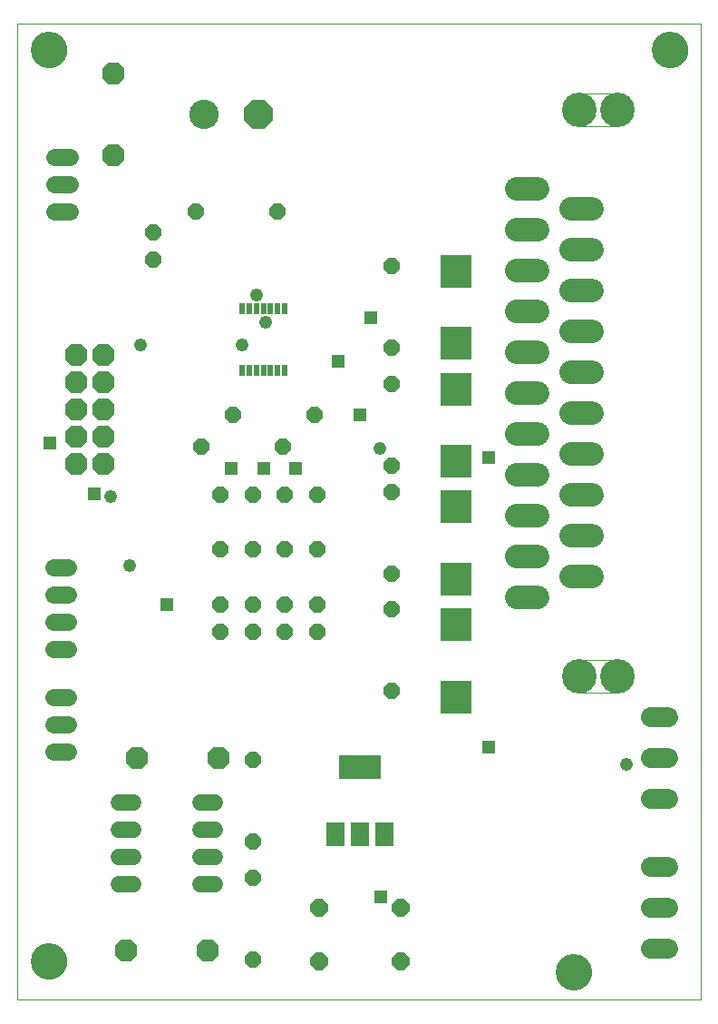
<source format=gts>
G75*
%MOIN*%
%OFA0B0*%
%FSLAX25Y25*%
%IPPOS*%
%LPD*%
%AMOC8*
5,1,8,0,0,1.08239X$1,22.5*
%
%ADD10C,0.00000*%
%ADD11C,0.13398*%
%ADD12C,0.06400*%
%ADD13OC8,0.06000*%
%ADD14C,0.00009*%
%ADD15C,0.08600*%
%ADD16C,0.12700*%
%ADD17C,0.07400*%
%ADD18C,0.06000*%
%ADD19OC8,0.08300*%
%ADD20OC8,0.08200*%
%ADD21C,0.10800*%
%ADD22OC8,0.10800*%
%ADD23R,0.06700X0.08700*%
%ADD24R,0.15800X0.08700*%
%ADD25OC8,0.06400*%
%ADD26R,0.02178X0.04343*%
%ADD27R,0.11430X0.12414*%
%ADD28R,0.04800X0.04800*%
%ADD29C,0.04800*%
D10*
X0001984Y0003677D02*
X0001984Y0361945D01*
X0253402Y0361945D01*
X0253402Y0003677D01*
X0001984Y0003677D01*
X0007496Y0017732D02*
X0007498Y0017890D01*
X0007504Y0018048D01*
X0007514Y0018206D01*
X0007528Y0018364D01*
X0007546Y0018521D01*
X0007567Y0018678D01*
X0007593Y0018834D01*
X0007623Y0018990D01*
X0007656Y0019145D01*
X0007694Y0019298D01*
X0007735Y0019451D01*
X0007780Y0019603D01*
X0007829Y0019754D01*
X0007882Y0019903D01*
X0007938Y0020051D01*
X0007998Y0020197D01*
X0008062Y0020342D01*
X0008130Y0020485D01*
X0008201Y0020627D01*
X0008275Y0020767D01*
X0008353Y0020904D01*
X0008435Y0021040D01*
X0008519Y0021174D01*
X0008608Y0021305D01*
X0008699Y0021434D01*
X0008794Y0021561D01*
X0008891Y0021686D01*
X0008992Y0021808D01*
X0009096Y0021927D01*
X0009203Y0022044D01*
X0009313Y0022158D01*
X0009426Y0022269D01*
X0009541Y0022378D01*
X0009659Y0022483D01*
X0009780Y0022585D01*
X0009903Y0022685D01*
X0010029Y0022781D01*
X0010157Y0022874D01*
X0010287Y0022964D01*
X0010420Y0023050D01*
X0010555Y0023134D01*
X0010691Y0023213D01*
X0010830Y0023290D01*
X0010971Y0023362D01*
X0011113Y0023432D01*
X0011257Y0023497D01*
X0011403Y0023559D01*
X0011550Y0023617D01*
X0011699Y0023672D01*
X0011849Y0023723D01*
X0012000Y0023770D01*
X0012152Y0023813D01*
X0012305Y0023852D01*
X0012460Y0023888D01*
X0012615Y0023919D01*
X0012771Y0023947D01*
X0012927Y0023971D01*
X0013084Y0023991D01*
X0013242Y0024007D01*
X0013399Y0024019D01*
X0013558Y0024027D01*
X0013716Y0024031D01*
X0013874Y0024031D01*
X0014032Y0024027D01*
X0014191Y0024019D01*
X0014348Y0024007D01*
X0014506Y0023991D01*
X0014663Y0023971D01*
X0014819Y0023947D01*
X0014975Y0023919D01*
X0015130Y0023888D01*
X0015285Y0023852D01*
X0015438Y0023813D01*
X0015590Y0023770D01*
X0015741Y0023723D01*
X0015891Y0023672D01*
X0016040Y0023617D01*
X0016187Y0023559D01*
X0016333Y0023497D01*
X0016477Y0023432D01*
X0016619Y0023362D01*
X0016760Y0023290D01*
X0016899Y0023213D01*
X0017035Y0023134D01*
X0017170Y0023050D01*
X0017303Y0022964D01*
X0017433Y0022874D01*
X0017561Y0022781D01*
X0017687Y0022685D01*
X0017810Y0022585D01*
X0017931Y0022483D01*
X0018049Y0022378D01*
X0018164Y0022269D01*
X0018277Y0022158D01*
X0018387Y0022044D01*
X0018494Y0021927D01*
X0018598Y0021808D01*
X0018699Y0021686D01*
X0018796Y0021561D01*
X0018891Y0021434D01*
X0018982Y0021305D01*
X0019071Y0021174D01*
X0019155Y0021040D01*
X0019237Y0020904D01*
X0019315Y0020767D01*
X0019389Y0020627D01*
X0019460Y0020485D01*
X0019528Y0020342D01*
X0019592Y0020197D01*
X0019652Y0020051D01*
X0019708Y0019903D01*
X0019761Y0019754D01*
X0019810Y0019603D01*
X0019855Y0019451D01*
X0019896Y0019298D01*
X0019934Y0019145D01*
X0019967Y0018990D01*
X0019997Y0018834D01*
X0020023Y0018678D01*
X0020044Y0018521D01*
X0020062Y0018364D01*
X0020076Y0018206D01*
X0020086Y0018048D01*
X0020092Y0017890D01*
X0020094Y0017732D01*
X0020092Y0017574D01*
X0020086Y0017416D01*
X0020076Y0017258D01*
X0020062Y0017100D01*
X0020044Y0016943D01*
X0020023Y0016786D01*
X0019997Y0016630D01*
X0019967Y0016474D01*
X0019934Y0016319D01*
X0019896Y0016166D01*
X0019855Y0016013D01*
X0019810Y0015861D01*
X0019761Y0015710D01*
X0019708Y0015561D01*
X0019652Y0015413D01*
X0019592Y0015267D01*
X0019528Y0015122D01*
X0019460Y0014979D01*
X0019389Y0014837D01*
X0019315Y0014697D01*
X0019237Y0014560D01*
X0019155Y0014424D01*
X0019071Y0014290D01*
X0018982Y0014159D01*
X0018891Y0014030D01*
X0018796Y0013903D01*
X0018699Y0013778D01*
X0018598Y0013656D01*
X0018494Y0013537D01*
X0018387Y0013420D01*
X0018277Y0013306D01*
X0018164Y0013195D01*
X0018049Y0013086D01*
X0017931Y0012981D01*
X0017810Y0012879D01*
X0017687Y0012779D01*
X0017561Y0012683D01*
X0017433Y0012590D01*
X0017303Y0012500D01*
X0017170Y0012414D01*
X0017035Y0012330D01*
X0016899Y0012251D01*
X0016760Y0012174D01*
X0016619Y0012102D01*
X0016477Y0012032D01*
X0016333Y0011967D01*
X0016187Y0011905D01*
X0016040Y0011847D01*
X0015891Y0011792D01*
X0015741Y0011741D01*
X0015590Y0011694D01*
X0015438Y0011651D01*
X0015285Y0011612D01*
X0015130Y0011576D01*
X0014975Y0011545D01*
X0014819Y0011517D01*
X0014663Y0011493D01*
X0014506Y0011473D01*
X0014348Y0011457D01*
X0014191Y0011445D01*
X0014032Y0011437D01*
X0013874Y0011433D01*
X0013716Y0011433D01*
X0013558Y0011437D01*
X0013399Y0011445D01*
X0013242Y0011457D01*
X0013084Y0011473D01*
X0012927Y0011493D01*
X0012771Y0011517D01*
X0012615Y0011545D01*
X0012460Y0011576D01*
X0012305Y0011612D01*
X0012152Y0011651D01*
X0012000Y0011694D01*
X0011849Y0011741D01*
X0011699Y0011792D01*
X0011550Y0011847D01*
X0011403Y0011905D01*
X0011257Y0011967D01*
X0011113Y0012032D01*
X0010971Y0012102D01*
X0010830Y0012174D01*
X0010691Y0012251D01*
X0010555Y0012330D01*
X0010420Y0012414D01*
X0010287Y0012500D01*
X0010157Y0012590D01*
X0010029Y0012683D01*
X0009903Y0012779D01*
X0009780Y0012879D01*
X0009659Y0012981D01*
X0009541Y0013086D01*
X0009426Y0013195D01*
X0009313Y0013306D01*
X0009203Y0013420D01*
X0009096Y0013537D01*
X0008992Y0013656D01*
X0008891Y0013778D01*
X0008794Y0013903D01*
X0008699Y0014030D01*
X0008608Y0014159D01*
X0008519Y0014290D01*
X0008435Y0014424D01*
X0008353Y0014560D01*
X0008275Y0014697D01*
X0008201Y0014837D01*
X0008130Y0014979D01*
X0008062Y0015122D01*
X0007998Y0015267D01*
X0007938Y0015413D01*
X0007882Y0015561D01*
X0007829Y0015710D01*
X0007780Y0015861D01*
X0007735Y0016013D01*
X0007694Y0016166D01*
X0007656Y0016319D01*
X0007623Y0016474D01*
X0007593Y0016630D01*
X0007567Y0016786D01*
X0007546Y0016943D01*
X0007528Y0017100D01*
X0007514Y0017258D01*
X0007504Y0017416D01*
X0007498Y0017574D01*
X0007496Y0017732D01*
X0200410Y0013795D02*
X0200412Y0013953D01*
X0200418Y0014111D01*
X0200428Y0014269D01*
X0200442Y0014427D01*
X0200460Y0014584D01*
X0200481Y0014741D01*
X0200507Y0014897D01*
X0200537Y0015053D01*
X0200570Y0015208D01*
X0200608Y0015361D01*
X0200649Y0015514D01*
X0200694Y0015666D01*
X0200743Y0015817D01*
X0200796Y0015966D01*
X0200852Y0016114D01*
X0200912Y0016260D01*
X0200976Y0016405D01*
X0201044Y0016548D01*
X0201115Y0016690D01*
X0201189Y0016830D01*
X0201267Y0016967D01*
X0201349Y0017103D01*
X0201433Y0017237D01*
X0201522Y0017368D01*
X0201613Y0017497D01*
X0201708Y0017624D01*
X0201805Y0017749D01*
X0201906Y0017871D01*
X0202010Y0017990D01*
X0202117Y0018107D01*
X0202227Y0018221D01*
X0202340Y0018332D01*
X0202455Y0018441D01*
X0202573Y0018546D01*
X0202694Y0018648D01*
X0202817Y0018748D01*
X0202943Y0018844D01*
X0203071Y0018937D01*
X0203201Y0019027D01*
X0203334Y0019113D01*
X0203469Y0019197D01*
X0203605Y0019276D01*
X0203744Y0019353D01*
X0203885Y0019425D01*
X0204027Y0019495D01*
X0204171Y0019560D01*
X0204317Y0019622D01*
X0204464Y0019680D01*
X0204613Y0019735D01*
X0204763Y0019786D01*
X0204914Y0019833D01*
X0205066Y0019876D01*
X0205219Y0019915D01*
X0205374Y0019951D01*
X0205529Y0019982D01*
X0205685Y0020010D01*
X0205841Y0020034D01*
X0205998Y0020054D01*
X0206156Y0020070D01*
X0206313Y0020082D01*
X0206472Y0020090D01*
X0206630Y0020094D01*
X0206788Y0020094D01*
X0206946Y0020090D01*
X0207105Y0020082D01*
X0207262Y0020070D01*
X0207420Y0020054D01*
X0207577Y0020034D01*
X0207733Y0020010D01*
X0207889Y0019982D01*
X0208044Y0019951D01*
X0208199Y0019915D01*
X0208352Y0019876D01*
X0208504Y0019833D01*
X0208655Y0019786D01*
X0208805Y0019735D01*
X0208954Y0019680D01*
X0209101Y0019622D01*
X0209247Y0019560D01*
X0209391Y0019495D01*
X0209533Y0019425D01*
X0209674Y0019353D01*
X0209813Y0019276D01*
X0209949Y0019197D01*
X0210084Y0019113D01*
X0210217Y0019027D01*
X0210347Y0018937D01*
X0210475Y0018844D01*
X0210601Y0018748D01*
X0210724Y0018648D01*
X0210845Y0018546D01*
X0210963Y0018441D01*
X0211078Y0018332D01*
X0211191Y0018221D01*
X0211301Y0018107D01*
X0211408Y0017990D01*
X0211512Y0017871D01*
X0211613Y0017749D01*
X0211710Y0017624D01*
X0211805Y0017497D01*
X0211896Y0017368D01*
X0211985Y0017237D01*
X0212069Y0017103D01*
X0212151Y0016967D01*
X0212229Y0016830D01*
X0212303Y0016690D01*
X0212374Y0016548D01*
X0212442Y0016405D01*
X0212506Y0016260D01*
X0212566Y0016114D01*
X0212622Y0015966D01*
X0212675Y0015817D01*
X0212724Y0015666D01*
X0212769Y0015514D01*
X0212810Y0015361D01*
X0212848Y0015208D01*
X0212881Y0015053D01*
X0212911Y0014897D01*
X0212937Y0014741D01*
X0212958Y0014584D01*
X0212976Y0014427D01*
X0212990Y0014269D01*
X0213000Y0014111D01*
X0213006Y0013953D01*
X0213008Y0013795D01*
X0213006Y0013637D01*
X0213000Y0013479D01*
X0212990Y0013321D01*
X0212976Y0013163D01*
X0212958Y0013006D01*
X0212937Y0012849D01*
X0212911Y0012693D01*
X0212881Y0012537D01*
X0212848Y0012382D01*
X0212810Y0012229D01*
X0212769Y0012076D01*
X0212724Y0011924D01*
X0212675Y0011773D01*
X0212622Y0011624D01*
X0212566Y0011476D01*
X0212506Y0011330D01*
X0212442Y0011185D01*
X0212374Y0011042D01*
X0212303Y0010900D01*
X0212229Y0010760D01*
X0212151Y0010623D01*
X0212069Y0010487D01*
X0211985Y0010353D01*
X0211896Y0010222D01*
X0211805Y0010093D01*
X0211710Y0009966D01*
X0211613Y0009841D01*
X0211512Y0009719D01*
X0211408Y0009600D01*
X0211301Y0009483D01*
X0211191Y0009369D01*
X0211078Y0009258D01*
X0210963Y0009149D01*
X0210845Y0009044D01*
X0210724Y0008942D01*
X0210601Y0008842D01*
X0210475Y0008746D01*
X0210347Y0008653D01*
X0210217Y0008563D01*
X0210084Y0008477D01*
X0209949Y0008393D01*
X0209813Y0008314D01*
X0209674Y0008237D01*
X0209533Y0008165D01*
X0209391Y0008095D01*
X0209247Y0008030D01*
X0209101Y0007968D01*
X0208954Y0007910D01*
X0208805Y0007855D01*
X0208655Y0007804D01*
X0208504Y0007757D01*
X0208352Y0007714D01*
X0208199Y0007675D01*
X0208044Y0007639D01*
X0207889Y0007608D01*
X0207733Y0007580D01*
X0207577Y0007556D01*
X0207420Y0007536D01*
X0207262Y0007520D01*
X0207105Y0007508D01*
X0206946Y0007500D01*
X0206788Y0007496D01*
X0206630Y0007496D01*
X0206472Y0007500D01*
X0206313Y0007508D01*
X0206156Y0007520D01*
X0205998Y0007536D01*
X0205841Y0007556D01*
X0205685Y0007580D01*
X0205529Y0007608D01*
X0205374Y0007639D01*
X0205219Y0007675D01*
X0205066Y0007714D01*
X0204914Y0007757D01*
X0204763Y0007804D01*
X0204613Y0007855D01*
X0204464Y0007910D01*
X0204317Y0007968D01*
X0204171Y0008030D01*
X0204027Y0008095D01*
X0203885Y0008165D01*
X0203744Y0008237D01*
X0203605Y0008314D01*
X0203469Y0008393D01*
X0203334Y0008477D01*
X0203201Y0008563D01*
X0203071Y0008653D01*
X0202943Y0008746D01*
X0202817Y0008842D01*
X0202694Y0008942D01*
X0202573Y0009044D01*
X0202455Y0009149D01*
X0202340Y0009258D01*
X0202227Y0009369D01*
X0202117Y0009483D01*
X0202010Y0009600D01*
X0201906Y0009719D01*
X0201805Y0009841D01*
X0201708Y0009966D01*
X0201613Y0010093D01*
X0201522Y0010222D01*
X0201433Y0010353D01*
X0201349Y0010487D01*
X0201267Y0010623D01*
X0201189Y0010760D01*
X0201115Y0010900D01*
X0201044Y0011042D01*
X0200976Y0011185D01*
X0200912Y0011330D01*
X0200852Y0011476D01*
X0200796Y0011624D01*
X0200743Y0011773D01*
X0200694Y0011924D01*
X0200649Y0012076D01*
X0200608Y0012229D01*
X0200570Y0012382D01*
X0200537Y0012537D01*
X0200507Y0012693D01*
X0200481Y0012849D01*
X0200460Y0013006D01*
X0200442Y0013163D01*
X0200428Y0013321D01*
X0200418Y0013479D01*
X0200412Y0013637D01*
X0200410Y0013795D01*
X0202593Y0122551D02*
X0202595Y0122705D01*
X0202601Y0122859D01*
X0202611Y0123012D01*
X0202625Y0123165D01*
X0202643Y0123318D01*
X0202664Y0123470D01*
X0202690Y0123622D01*
X0202720Y0123773D01*
X0202753Y0123923D01*
X0202791Y0124072D01*
X0202832Y0124221D01*
X0202877Y0124368D01*
X0202926Y0124514D01*
X0202979Y0124658D01*
X0203035Y0124801D01*
X0203095Y0124943D01*
X0203159Y0125083D01*
X0203226Y0125221D01*
X0203297Y0125358D01*
X0203371Y0125493D01*
X0203449Y0125625D01*
X0203530Y0125756D01*
X0203615Y0125885D01*
X0203702Y0126011D01*
X0203793Y0126135D01*
X0203888Y0126256D01*
X0203985Y0126376D01*
X0204085Y0126492D01*
X0204189Y0126606D01*
X0204295Y0126717D01*
X0204404Y0126826D01*
X0204516Y0126931D01*
X0204631Y0127034D01*
X0204748Y0127134D01*
X0204868Y0127230D01*
X0204990Y0127324D01*
X0205114Y0127414D01*
X0205241Y0127501D01*
X0205370Y0127585D01*
X0205502Y0127665D01*
X0205635Y0127742D01*
X0205770Y0127815D01*
X0205907Y0127885D01*
X0206046Y0127952D01*
X0206186Y0128014D01*
X0206328Y0128073D01*
X0206472Y0128129D01*
X0206617Y0128181D01*
X0206763Y0128228D01*
X0206910Y0128273D01*
X0207059Y0128313D01*
X0207208Y0128349D01*
X0207359Y0128382D01*
X0207510Y0128411D01*
X0207662Y0128435D01*
X0207814Y0128456D01*
X0207967Y0128473D01*
X0208120Y0128486D01*
X0208274Y0128495D01*
X0208428Y0128500D01*
X0208581Y0128501D01*
X0208735Y0128498D01*
X0208889Y0128491D01*
X0209042Y0128480D01*
X0209196Y0128465D01*
X0209348Y0128446D01*
X0209500Y0128423D01*
X0209652Y0128397D01*
X0209803Y0128366D01*
X0209953Y0128332D01*
X0210102Y0128293D01*
X0210249Y0128251D01*
X0210396Y0128205D01*
X0210542Y0128155D01*
X0210686Y0128102D01*
X0210829Y0128044D01*
X0210970Y0127983D01*
X0211110Y0127919D01*
X0211248Y0127851D01*
X0211384Y0127779D01*
X0211518Y0127704D01*
X0211650Y0127625D01*
X0211780Y0127543D01*
X0211908Y0127458D01*
X0212034Y0127369D01*
X0212157Y0127277D01*
X0212278Y0127182D01*
X0212397Y0127084D01*
X0212513Y0126983D01*
X0212626Y0126879D01*
X0212737Y0126772D01*
X0212844Y0126662D01*
X0212949Y0126549D01*
X0213051Y0126434D01*
X0213150Y0126316D01*
X0213246Y0126196D01*
X0213339Y0126073D01*
X0213428Y0125948D01*
X0213514Y0125821D01*
X0213597Y0125691D01*
X0213677Y0125559D01*
X0213753Y0125426D01*
X0213825Y0125290D01*
X0213894Y0125152D01*
X0213960Y0125013D01*
X0214022Y0124872D01*
X0214080Y0124730D01*
X0214134Y0124586D01*
X0214185Y0124441D01*
X0214232Y0124294D01*
X0214275Y0124147D01*
X0214314Y0123998D01*
X0214350Y0123848D01*
X0214381Y0123698D01*
X0214409Y0123546D01*
X0214433Y0123394D01*
X0214453Y0123242D01*
X0214469Y0123089D01*
X0214481Y0122935D01*
X0214489Y0122782D01*
X0214493Y0122628D01*
X0214493Y0122474D01*
X0214489Y0122320D01*
X0214481Y0122167D01*
X0214469Y0122013D01*
X0214453Y0121860D01*
X0214433Y0121708D01*
X0214409Y0121556D01*
X0214381Y0121404D01*
X0214350Y0121254D01*
X0214314Y0121104D01*
X0214275Y0120955D01*
X0214232Y0120808D01*
X0214185Y0120661D01*
X0214134Y0120516D01*
X0214080Y0120372D01*
X0214022Y0120230D01*
X0213960Y0120089D01*
X0213894Y0119950D01*
X0213825Y0119812D01*
X0213753Y0119676D01*
X0213677Y0119543D01*
X0213597Y0119411D01*
X0213514Y0119281D01*
X0213428Y0119154D01*
X0213339Y0119029D01*
X0213246Y0118906D01*
X0213150Y0118786D01*
X0213051Y0118668D01*
X0212949Y0118553D01*
X0212844Y0118440D01*
X0212737Y0118330D01*
X0212626Y0118223D01*
X0212513Y0118119D01*
X0212397Y0118018D01*
X0212278Y0117920D01*
X0212157Y0117825D01*
X0212034Y0117733D01*
X0211908Y0117644D01*
X0211780Y0117559D01*
X0211650Y0117477D01*
X0211518Y0117398D01*
X0211384Y0117323D01*
X0211248Y0117251D01*
X0211110Y0117183D01*
X0210970Y0117119D01*
X0210829Y0117058D01*
X0210686Y0117000D01*
X0210542Y0116947D01*
X0210396Y0116897D01*
X0210249Y0116851D01*
X0210102Y0116809D01*
X0209953Y0116770D01*
X0209803Y0116736D01*
X0209652Y0116705D01*
X0209500Y0116679D01*
X0209348Y0116656D01*
X0209196Y0116637D01*
X0209042Y0116622D01*
X0208889Y0116611D01*
X0208735Y0116604D01*
X0208581Y0116601D01*
X0208428Y0116602D01*
X0208274Y0116607D01*
X0208120Y0116616D01*
X0207967Y0116629D01*
X0207814Y0116646D01*
X0207662Y0116667D01*
X0207510Y0116691D01*
X0207359Y0116720D01*
X0207208Y0116753D01*
X0207059Y0116789D01*
X0206910Y0116829D01*
X0206763Y0116874D01*
X0206617Y0116921D01*
X0206472Y0116973D01*
X0206328Y0117029D01*
X0206186Y0117088D01*
X0206046Y0117150D01*
X0205907Y0117217D01*
X0205770Y0117287D01*
X0205635Y0117360D01*
X0205502Y0117437D01*
X0205370Y0117517D01*
X0205241Y0117601D01*
X0205114Y0117688D01*
X0204990Y0117778D01*
X0204868Y0117872D01*
X0204748Y0117968D01*
X0204631Y0118068D01*
X0204516Y0118171D01*
X0204404Y0118276D01*
X0204295Y0118385D01*
X0204189Y0118496D01*
X0204085Y0118610D01*
X0203985Y0118726D01*
X0203888Y0118846D01*
X0203793Y0118967D01*
X0203702Y0119091D01*
X0203615Y0119217D01*
X0203530Y0119346D01*
X0203449Y0119477D01*
X0203371Y0119609D01*
X0203297Y0119744D01*
X0203226Y0119881D01*
X0203159Y0120019D01*
X0203095Y0120159D01*
X0203035Y0120301D01*
X0202979Y0120444D01*
X0202926Y0120588D01*
X0202877Y0120734D01*
X0202832Y0120881D01*
X0202791Y0121030D01*
X0202753Y0121179D01*
X0202720Y0121329D01*
X0202690Y0121480D01*
X0202664Y0121632D01*
X0202643Y0121784D01*
X0202625Y0121937D01*
X0202611Y0122090D01*
X0202601Y0122243D01*
X0202595Y0122397D01*
X0202593Y0122551D01*
X0208543Y0128551D02*
X0208390Y0128549D01*
X0208237Y0128543D01*
X0208084Y0128533D01*
X0207931Y0128520D01*
X0207779Y0128502D01*
X0207627Y0128481D01*
X0207476Y0128455D01*
X0207326Y0128426D01*
X0207176Y0128393D01*
X0207027Y0128356D01*
X0206879Y0128316D01*
X0206733Y0128271D01*
X0206587Y0128223D01*
X0206443Y0128171D01*
X0206300Y0128116D01*
X0206159Y0128057D01*
X0206019Y0127994D01*
X0205881Y0127928D01*
X0205744Y0127858D01*
X0205610Y0127785D01*
X0205477Y0127708D01*
X0205346Y0127628D01*
X0205218Y0127545D01*
X0205091Y0127459D01*
X0204967Y0127369D01*
X0204845Y0127276D01*
X0204726Y0127180D01*
X0204609Y0127081D01*
X0204494Y0126979D01*
X0204382Y0126874D01*
X0204273Y0126766D01*
X0204167Y0126656D01*
X0204064Y0126543D01*
X0203963Y0126427D01*
X0203866Y0126309D01*
X0203771Y0126188D01*
X0203680Y0126065D01*
X0203592Y0125940D01*
X0203507Y0125812D01*
X0203425Y0125683D01*
X0203347Y0125551D01*
X0203272Y0125417D01*
X0203200Y0125282D01*
X0203132Y0125144D01*
X0203068Y0125005D01*
X0203007Y0124865D01*
X0202950Y0124723D01*
X0202896Y0124579D01*
X0202846Y0124434D01*
X0202800Y0124288D01*
X0202757Y0124141D01*
X0202719Y0123993D01*
X0202684Y0123843D01*
X0202653Y0123693D01*
X0202625Y0123543D01*
X0202602Y0123391D01*
X0202583Y0123239D01*
X0202567Y0123087D01*
X0202555Y0122934D01*
X0202547Y0122781D01*
X0202543Y0122628D01*
X0202543Y0122474D01*
X0202547Y0122321D01*
X0202555Y0122168D01*
X0202567Y0122015D01*
X0202583Y0121863D01*
X0202602Y0121711D01*
X0202625Y0121559D01*
X0202653Y0121409D01*
X0202684Y0121259D01*
X0202719Y0121109D01*
X0202757Y0120961D01*
X0202800Y0120814D01*
X0202846Y0120668D01*
X0202896Y0120523D01*
X0202950Y0120379D01*
X0203007Y0120237D01*
X0203068Y0120097D01*
X0203132Y0119958D01*
X0203200Y0119820D01*
X0203272Y0119685D01*
X0203347Y0119551D01*
X0203425Y0119419D01*
X0203507Y0119290D01*
X0203592Y0119162D01*
X0203680Y0119037D01*
X0203771Y0118914D01*
X0203866Y0118793D01*
X0203963Y0118675D01*
X0204064Y0118559D01*
X0204167Y0118446D01*
X0204273Y0118336D01*
X0204382Y0118228D01*
X0204494Y0118123D01*
X0204609Y0118021D01*
X0204726Y0117922D01*
X0204845Y0117826D01*
X0204967Y0117733D01*
X0205091Y0117643D01*
X0205218Y0117557D01*
X0205346Y0117474D01*
X0205477Y0117394D01*
X0205610Y0117317D01*
X0205744Y0117244D01*
X0205881Y0117174D01*
X0206019Y0117108D01*
X0206159Y0117045D01*
X0206300Y0116986D01*
X0206443Y0116931D01*
X0206587Y0116879D01*
X0206733Y0116831D01*
X0206879Y0116786D01*
X0207027Y0116746D01*
X0207176Y0116709D01*
X0207326Y0116676D01*
X0207476Y0116647D01*
X0207627Y0116621D01*
X0207779Y0116600D01*
X0207931Y0116582D01*
X0208084Y0116569D01*
X0208237Y0116559D01*
X0208390Y0116553D01*
X0208543Y0116551D01*
X0216593Y0122551D02*
X0216595Y0122705D01*
X0216601Y0122859D01*
X0216611Y0123012D01*
X0216625Y0123165D01*
X0216643Y0123318D01*
X0216664Y0123470D01*
X0216690Y0123622D01*
X0216720Y0123773D01*
X0216753Y0123923D01*
X0216791Y0124072D01*
X0216832Y0124221D01*
X0216877Y0124368D01*
X0216926Y0124514D01*
X0216979Y0124658D01*
X0217035Y0124801D01*
X0217095Y0124943D01*
X0217159Y0125083D01*
X0217226Y0125221D01*
X0217297Y0125358D01*
X0217371Y0125493D01*
X0217449Y0125625D01*
X0217530Y0125756D01*
X0217615Y0125885D01*
X0217702Y0126011D01*
X0217793Y0126135D01*
X0217888Y0126256D01*
X0217985Y0126376D01*
X0218085Y0126492D01*
X0218189Y0126606D01*
X0218295Y0126717D01*
X0218404Y0126826D01*
X0218516Y0126931D01*
X0218631Y0127034D01*
X0218748Y0127134D01*
X0218868Y0127230D01*
X0218990Y0127324D01*
X0219114Y0127414D01*
X0219241Y0127501D01*
X0219370Y0127585D01*
X0219502Y0127665D01*
X0219635Y0127742D01*
X0219770Y0127815D01*
X0219907Y0127885D01*
X0220046Y0127952D01*
X0220186Y0128014D01*
X0220328Y0128073D01*
X0220472Y0128129D01*
X0220617Y0128181D01*
X0220763Y0128228D01*
X0220910Y0128273D01*
X0221059Y0128313D01*
X0221208Y0128349D01*
X0221359Y0128382D01*
X0221510Y0128411D01*
X0221662Y0128435D01*
X0221814Y0128456D01*
X0221967Y0128473D01*
X0222120Y0128486D01*
X0222274Y0128495D01*
X0222428Y0128500D01*
X0222581Y0128501D01*
X0222735Y0128498D01*
X0222889Y0128491D01*
X0223042Y0128480D01*
X0223196Y0128465D01*
X0223348Y0128446D01*
X0223500Y0128423D01*
X0223652Y0128397D01*
X0223803Y0128366D01*
X0223953Y0128332D01*
X0224102Y0128293D01*
X0224249Y0128251D01*
X0224396Y0128205D01*
X0224542Y0128155D01*
X0224686Y0128102D01*
X0224829Y0128044D01*
X0224970Y0127983D01*
X0225110Y0127919D01*
X0225248Y0127851D01*
X0225384Y0127779D01*
X0225518Y0127704D01*
X0225650Y0127625D01*
X0225780Y0127543D01*
X0225908Y0127458D01*
X0226034Y0127369D01*
X0226157Y0127277D01*
X0226278Y0127182D01*
X0226397Y0127084D01*
X0226513Y0126983D01*
X0226626Y0126879D01*
X0226737Y0126772D01*
X0226844Y0126662D01*
X0226949Y0126549D01*
X0227051Y0126434D01*
X0227150Y0126316D01*
X0227246Y0126196D01*
X0227339Y0126073D01*
X0227428Y0125948D01*
X0227514Y0125821D01*
X0227597Y0125691D01*
X0227677Y0125559D01*
X0227753Y0125426D01*
X0227825Y0125290D01*
X0227894Y0125152D01*
X0227960Y0125013D01*
X0228022Y0124872D01*
X0228080Y0124730D01*
X0228134Y0124586D01*
X0228185Y0124441D01*
X0228232Y0124294D01*
X0228275Y0124147D01*
X0228314Y0123998D01*
X0228350Y0123848D01*
X0228381Y0123698D01*
X0228409Y0123546D01*
X0228433Y0123394D01*
X0228453Y0123242D01*
X0228469Y0123089D01*
X0228481Y0122935D01*
X0228489Y0122782D01*
X0228493Y0122628D01*
X0228493Y0122474D01*
X0228489Y0122320D01*
X0228481Y0122167D01*
X0228469Y0122013D01*
X0228453Y0121860D01*
X0228433Y0121708D01*
X0228409Y0121556D01*
X0228381Y0121404D01*
X0228350Y0121254D01*
X0228314Y0121104D01*
X0228275Y0120955D01*
X0228232Y0120808D01*
X0228185Y0120661D01*
X0228134Y0120516D01*
X0228080Y0120372D01*
X0228022Y0120230D01*
X0227960Y0120089D01*
X0227894Y0119950D01*
X0227825Y0119812D01*
X0227753Y0119676D01*
X0227677Y0119543D01*
X0227597Y0119411D01*
X0227514Y0119281D01*
X0227428Y0119154D01*
X0227339Y0119029D01*
X0227246Y0118906D01*
X0227150Y0118786D01*
X0227051Y0118668D01*
X0226949Y0118553D01*
X0226844Y0118440D01*
X0226737Y0118330D01*
X0226626Y0118223D01*
X0226513Y0118119D01*
X0226397Y0118018D01*
X0226278Y0117920D01*
X0226157Y0117825D01*
X0226034Y0117733D01*
X0225908Y0117644D01*
X0225780Y0117559D01*
X0225650Y0117477D01*
X0225518Y0117398D01*
X0225384Y0117323D01*
X0225248Y0117251D01*
X0225110Y0117183D01*
X0224970Y0117119D01*
X0224829Y0117058D01*
X0224686Y0117000D01*
X0224542Y0116947D01*
X0224396Y0116897D01*
X0224249Y0116851D01*
X0224102Y0116809D01*
X0223953Y0116770D01*
X0223803Y0116736D01*
X0223652Y0116705D01*
X0223500Y0116679D01*
X0223348Y0116656D01*
X0223196Y0116637D01*
X0223042Y0116622D01*
X0222889Y0116611D01*
X0222735Y0116604D01*
X0222581Y0116601D01*
X0222428Y0116602D01*
X0222274Y0116607D01*
X0222120Y0116616D01*
X0221967Y0116629D01*
X0221814Y0116646D01*
X0221662Y0116667D01*
X0221510Y0116691D01*
X0221359Y0116720D01*
X0221208Y0116753D01*
X0221059Y0116789D01*
X0220910Y0116829D01*
X0220763Y0116874D01*
X0220617Y0116921D01*
X0220472Y0116973D01*
X0220328Y0117029D01*
X0220186Y0117088D01*
X0220046Y0117150D01*
X0219907Y0117217D01*
X0219770Y0117287D01*
X0219635Y0117360D01*
X0219502Y0117437D01*
X0219370Y0117517D01*
X0219241Y0117601D01*
X0219114Y0117688D01*
X0218990Y0117778D01*
X0218868Y0117872D01*
X0218748Y0117968D01*
X0218631Y0118068D01*
X0218516Y0118171D01*
X0218404Y0118276D01*
X0218295Y0118385D01*
X0218189Y0118496D01*
X0218085Y0118610D01*
X0217985Y0118726D01*
X0217888Y0118846D01*
X0217793Y0118967D01*
X0217702Y0119091D01*
X0217615Y0119217D01*
X0217530Y0119346D01*
X0217449Y0119477D01*
X0217371Y0119609D01*
X0217297Y0119744D01*
X0217226Y0119881D01*
X0217159Y0120019D01*
X0217095Y0120159D01*
X0217035Y0120301D01*
X0216979Y0120444D01*
X0216926Y0120588D01*
X0216877Y0120734D01*
X0216832Y0120881D01*
X0216791Y0121030D01*
X0216753Y0121179D01*
X0216720Y0121329D01*
X0216690Y0121480D01*
X0216664Y0121632D01*
X0216643Y0121784D01*
X0216625Y0121937D01*
X0216611Y0122090D01*
X0216601Y0122243D01*
X0216595Y0122397D01*
X0216593Y0122551D01*
X0222543Y0116551D02*
X0222696Y0116553D01*
X0222849Y0116559D01*
X0223002Y0116569D01*
X0223155Y0116582D01*
X0223307Y0116600D01*
X0223459Y0116621D01*
X0223610Y0116647D01*
X0223760Y0116676D01*
X0223910Y0116709D01*
X0224059Y0116746D01*
X0224207Y0116786D01*
X0224353Y0116831D01*
X0224499Y0116879D01*
X0224643Y0116931D01*
X0224786Y0116986D01*
X0224927Y0117045D01*
X0225067Y0117108D01*
X0225205Y0117174D01*
X0225342Y0117244D01*
X0225476Y0117317D01*
X0225609Y0117394D01*
X0225740Y0117474D01*
X0225868Y0117557D01*
X0225995Y0117643D01*
X0226119Y0117733D01*
X0226241Y0117826D01*
X0226360Y0117922D01*
X0226477Y0118021D01*
X0226592Y0118123D01*
X0226704Y0118228D01*
X0226813Y0118336D01*
X0226919Y0118446D01*
X0227022Y0118559D01*
X0227123Y0118675D01*
X0227220Y0118793D01*
X0227315Y0118914D01*
X0227406Y0119037D01*
X0227494Y0119162D01*
X0227579Y0119290D01*
X0227661Y0119419D01*
X0227739Y0119551D01*
X0227814Y0119685D01*
X0227886Y0119820D01*
X0227954Y0119958D01*
X0228018Y0120097D01*
X0228079Y0120237D01*
X0228136Y0120379D01*
X0228190Y0120523D01*
X0228240Y0120668D01*
X0228286Y0120814D01*
X0228329Y0120961D01*
X0228367Y0121109D01*
X0228402Y0121259D01*
X0228433Y0121409D01*
X0228461Y0121559D01*
X0228484Y0121711D01*
X0228503Y0121863D01*
X0228519Y0122015D01*
X0228531Y0122168D01*
X0228539Y0122321D01*
X0228543Y0122474D01*
X0228543Y0122628D01*
X0228539Y0122781D01*
X0228531Y0122934D01*
X0228519Y0123087D01*
X0228503Y0123239D01*
X0228484Y0123391D01*
X0228461Y0123543D01*
X0228433Y0123693D01*
X0228402Y0123843D01*
X0228367Y0123993D01*
X0228329Y0124141D01*
X0228286Y0124288D01*
X0228240Y0124434D01*
X0228190Y0124579D01*
X0228136Y0124723D01*
X0228079Y0124865D01*
X0228018Y0125005D01*
X0227954Y0125144D01*
X0227886Y0125282D01*
X0227814Y0125417D01*
X0227739Y0125551D01*
X0227661Y0125683D01*
X0227579Y0125812D01*
X0227494Y0125940D01*
X0227406Y0126065D01*
X0227315Y0126188D01*
X0227220Y0126309D01*
X0227123Y0126427D01*
X0227022Y0126543D01*
X0226919Y0126656D01*
X0226813Y0126766D01*
X0226704Y0126874D01*
X0226592Y0126979D01*
X0226477Y0127081D01*
X0226360Y0127180D01*
X0226241Y0127276D01*
X0226119Y0127369D01*
X0225995Y0127459D01*
X0225868Y0127545D01*
X0225740Y0127628D01*
X0225609Y0127708D01*
X0225476Y0127785D01*
X0225342Y0127858D01*
X0225205Y0127928D01*
X0225067Y0127994D01*
X0224927Y0128057D01*
X0224786Y0128116D01*
X0224643Y0128171D01*
X0224499Y0128223D01*
X0224353Y0128271D01*
X0224207Y0128316D01*
X0224059Y0128356D01*
X0223910Y0128393D01*
X0223760Y0128426D01*
X0223610Y0128455D01*
X0223459Y0128481D01*
X0223307Y0128502D01*
X0223155Y0128520D01*
X0223002Y0128533D01*
X0222849Y0128543D01*
X0222696Y0128549D01*
X0222543Y0128551D01*
X0216593Y0330551D02*
X0216595Y0330705D01*
X0216601Y0330859D01*
X0216611Y0331012D01*
X0216625Y0331165D01*
X0216643Y0331318D01*
X0216664Y0331470D01*
X0216690Y0331622D01*
X0216720Y0331773D01*
X0216753Y0331923D01*
X0216791Y0332072D01*
X0216832Y0332221D01*
X0216877Y0332368D01*
X0216926Y0332514D01*
X0216979Y0332658D01*
X0217035Y0332801D01*
X0217095Y0332943D01*
X0217159Y0333083D01*
X0217226Y0333221D01*
X0217297Y0333358D01*
X0217371Y0333493D01*
X0217449Y0333625D01*
X0217530Y0333756D01*
X0217615Y0333885D01*
X0217702Y0334011D01*
X0217793Y0334135D01*
X0217888Y0334256D01*
X0217985Y0334376D01*
X0218085Y0334492D01*
X0218189Y0334606D01*
X0218295Y0334717D01*
X0218404Y0334826D01*
X0218516Y0334931D01*
X0218631Y0335034D01*
X0218748Y0335134D01*
X0218868Y0335230D01*
X0218990Y0335324D01*
X0219114Y0335414D01*
X0219241Y0335501D01*
X0219370Y0335585D01*
X0219502Y0335665D01*
X0219635Y0335742D01*
X0219770Y0335815D01*
X0219907Y0335885D01*
X0220046Y0335952D01*
X0220186Y0336014D01*
X0220328Y0336073D01*
X0220472Y0336129D01*
X0220617Y0336181D01*
X0220763Y0336228D01*
X0220910Y0336273D01*
X0221059Y0336313D01*
X0221208Y0336349D01*
X0221359Y0336382D01*
X0221510Y0336411D01*
X0221662Y0336435D01*
X0221814Y0336456D01*
X0221967Y0336473D01*
X0222120Y0336486D01*
X0222274Y0336495D01*
X0222428Y0336500D01*
X0222581Y0336501D01*
X0222735Y0336498D01*
X0222889Y0336491D01*
X0223042Y0336480D01*
X0223196Y0336465D01*
X0223348Y0336446D01*
X0223500Y0336423D01*
X0223652Y0336397D01*
X0223803Y0336366D01*
X0223953Y0336332D01*
X0224102Y0336293D01*
X0224249Y0336251D01*
X0224396Y0336205D01*
X0224542Y0336155D01*
X0224686Y0336102D01*
X0224829Y0336044D01*
X0224970Y0335983D01*
X0225110Y0335919D01*
X0225248Y0335851D01*
X0225384Y0335779D01*
X0225518Y0335704D01*
X0225650Y0335625D01*
X0225780Y0335543D01*
X0225908Y0335458D01*
X0226034Y0335369D01*
X0226157Y0335277D01*
X0226278Y0335182D01*
X0226397Y0335084D01*
X0226513Y0334983D01*
X0226626Y0334879D01*
X0226737Y0334772D01*
X0226844Y0334662D01*
X0226949Y0334549D01*
X0227051Y0334434D01*
X0227150Y0334316D01*
X0227246Y0334196D01*
X0227339Y0334073D01*
X0227428Y0333948D01*
X0227514Y0333821D01*
X0227597Y0333691D01*
X0227677Y0333559D01*
X0227753Y0333426D01*
X0227825Y0333290D01*
X0227894Y0333152D01*
X0227960Y0333013D01*
X0228022Y0332872D01*
X0228080Y0332730D01*
X0228134Y0332586D01*
X0228185Y0332441D01*
X0228232Y0332294D01*
X0228275Y0332147D01*
X0228314Y0331998D01*
X0228350Y0331848D01*
X0228381Y0331698D01*
X0228409Y0331546D01*
X0228433Y0331394D01*
X0228453Y0331242D01*
X0228469Y0331089D01*
X0228481Y0330935D01*
X0228489Y0330782D01*
X0228493Y0330628D01*
X0228493Y0330474D01*
X0228489Y0330320D01*
X0228481Y0330167D01*
X0228469Y0330013D01*
X0228453Y0329860D01*
X0228433Y0329708D01*
X0228409Y0329556D01*
X0228381Y0329404D01*
X0228350Y0329254D01*
X0228314Y0329104D01*
X0228275Y0328955D01*
X0228232Y0328808D01*
X0228185Y0328661D01*
X0228134Y0328516D01*
X0228080Y0328372D01*
X0228022Y0328230D01*
X0227960Y0328089D01*
X0227894Y0327950D01*
X0227825Y0327812D01*
X0227753Y0327676D01*
X0227677Y0327543D01*
X0227597Y0327411D01*
X0227514Y0327281D01*
X0227428Y0327154D01*
X0227339Y0327029D01*
X0227246Y0326906D01*
X0227150Y0326786D01*
X0227051Y0326668D01*
X0226949Y0326553D01*
X0226844Y0326440D01*
X0226737Y0326330D01*
X0226626Y0326223D01*
X0226513Y0326119D01*
X0226397Y0326018D01*
X0226278Y0325920D01*
X0226157Y0325825D01*
X0226034Y0325733D01*
X0225908Y0325644D01*
X0225780Y0325559D01*
X0225650Y0325477D01*
X0225518Y0325398D01*
X0225384Y0325323D01*
X0225248Y0325251D01*
X0225110Y0325183D01*
X0224970Y0325119D01*
X0224829Y0325058D01*
X0224686Y0325000D01*
X0224542Y0324947D01*
X0224396Y0324897D01*
X0224249Y0324851D01*
X0224102Y0324809D01*
X0223953Y0324770D01*
X0223803Y0324736D01*
X0223652Y0324705D01*
X0223500Y0324679D01*
X0223348Y0324656D01*
X0223196Y0324637D01*
X0223042Y0324622D01*
X0222889Y0324611D01*
X0222735Y0324604D01*
X0222581Y0324601D01*
X0222428Y0324602D01*
X0222274Y0324607D01*
X0222120Y0324616D01*
X0221967Y0324629D01*
X0221814Y0324646D01*
X0221662Y0324667D01*
X0221510Y0324691D01*
X0221359Y0324720D01*
X0221208Y0324753D01*
X0221059Y0324789D01*
X0220910Y0324829D01*
X0220763Y0324874D01*
X0220617Y0324921D01*
X0220472Y0324973D01*
X0220328Y0325029D01*
X0220186Y0325088D01*
X0220046Y0325150D01*
X0219907Y0325217D01*
X0219770Y0325287D01*
X0219635Y0325360D01*
X0219502Y0325437D01*
X0219370Y0325517D01*
X0219241Y0325601D01*
X0219114Y0325688D01*
X0218990Y0325778D01*
X0218868Y0325872D01*
X0218748Y0325968D01*
X0218631Y0326068D01*
X0218516Y0326171D01*
X0218404Y0326276D01*
X0218295Y0326385D01*
X0218189Y0326496D01*
X0218085Y0326610D01*
X0217985Y0326726D01*
X0217888Y0326846D01*
X0217793Y0326967D01*
X0217702Y0327091D01*
X0217615Y0327217D01*
X0217530Y0327346D01*
X0217449Y0327477D01*
X0217371Y0327609D01*
X0217297Y0327744D01*
X0217226Y0327881D01*
X0217159Y0328019D01*
X0217095Y0328159D01*
X0217035Y0328301D01*
X0216979Y0328444D01*
X0216926Y0328588D01*
X0216877Y0328734D01*
X0216832Y0328881D01*
X0216791Y0329030D01*
X0216753Y0329179D01*
X0216720Y0329329D01*
X0216690Y0329480D01*
X0216664Y0329632D01*
X0216643Y0329784D01*
X0216625Y0329937D01*
X0216611Y0330090D01*
X0216601Y0330243D01*
X0216595Y0330397D01*
X0216593Y0330551D01*
X0222543Y0324551D02*
X0222696Y0324553D01*
X0222849Y0324559D01*
X0223002Y0324569D01*
X0223155Y0324582D01*
X0223307Y0324600D01*
X0223459Y0324621D01*
X0223610Y0324647D01*
X0223760Y0324676D01*
X0223910Y0324709D01*
X0224059Y0324746D01*
X0224207Y0324786D01*
X0224353Y0324831D01*
X0224499Y0324879D01*
X0224643Y0324931D01*
X0224786Y0324986D01*
X0224927Y0325045D01*
X0225067Y0325108D01*
X0225205Y0325174D01*
X0225342Y0325244D01*
X0225476Y0325317D01*
X0225609Y0325394D01*
X0225740Y0325474D01*
X0225868Y0325557D01*
X0225995Y0325643D01*
X0226119Y0325733D01*
X0226241Y0325826D01*
X0226360Y0325922D01*
X0226477Y0326021D01*
X0226592Y0326123D01*
X0226704Y0326228D01*
X0226813Y0326336D01*
X0226919Y0326446D01*
X0227022Y0326559D01*
X0227123Y0326675D01*
X0227220Y0326793D01*
X0227315Y0326914D01*
X0227406Y0327037D01*
X0227494Y0327162D01*
X0227579Y0327290D01*
X0227661Y0327419D01*
X0227739Y0327551D01*
X0227814Y0327685D01*
X0227886Y0327820D01*
X0227954Y0327958D01*
X0228018Y0328097D01*
X0228079Y0328237D01*
X0228136Y0328379D01*
X0228190Y0328523D01*
X0228240Y0328668D01*
X0228286Y0328814D01*
X0228329Y0328961D01*
X0228367Y0329109D01*
X0228402Y0329259D01*
X0228433Y0329409D01*
X0228461Y0329559D01*
X0228484Y0329711D01*
X0228503Y0329863D01*
X0228519Y0330015D01*
X0228531Y0330168D01*
X0228539Y0330321D01*
X0228543Y0330474D01*
X0228543Y0330628D01*
X0228539Y0330781D01*
X0228531Y0330934D01*
X0228519Y0331087D01*
X0228503Y0331239D01*
X0228484Y0331391D01*
X0228461Y0331543D01*
X0228433Y0331693D01*
X0228402Y0331843D01*
X0228367Y0331993D01*
X0228329Y0332141D01*
X0228286Y0332288D01*
X0228240Y0332434D01*
X0228190Y0332579D01*
X0228136Y0332723D01*
X0228079Y0332865D01*
X0228018Y0333005D01*
X0227954Y0333144D01*
X0227886Y0333282D01*
X0227814Y0333417D01*
X0227739Y0333551D01*
X0227661Y0333683D01*
X0227579Y0333812D01*
X0227494Y0333940D01*
X0227406Y0334065D01*
X0227315Y0334188D01*
X0227220Y0334309D01*
X0227123Y0334427D01*
X0227022Y0334543D01*
X0226919Y0334656D01*
X0226813Y0334766D01*
X0226704Y0334874D01*
X0226592Y0334979D01*
X0226477Y0335081D01*
X0226360Y0335180D01*
X0226241Y0335276D01*
X0226119Y0335369D01*
X0225995Y0335459D01*
X0225868Y0335545D01*
X0225740Y0335628D01*
X0225609Y0335708D01*
X0225476Y0335785D01*
X0225342Y0335858D01*
X0225205Y0335928D01*
X0225067Y0335994D01*
X0224927Y0336057D01*
X0224786Y0336116D01*
X0224643Y0336171D01*
X0224499Y0336223D01*
X0224353Y0336271D01*
X0224207Y0336316D01*
X0224059Y0336356D01*
X0223910Y0336393D01*
X0223760Y0336426D01*
X0223610Y0336455D01*
X0223459Y0336481D01*
X0223307Y0336502D01*
X0223155Y0336520D01*
X0223002Y0336533D01*
X0222849Y0336543D01*
X0222696Y0336549D01*
X0222543Y0336551D01*
X0202593Y0330551D02*
X0202595Y0330705D01*
X0202601Y0330859D01*
X0202611Y0331012D01*
X0202625Y0331165D01*
X0202643Y0331318D01*
X0202664Y0331470D01*
X0202690Y0331622D01*
X0202720Y0331773D01*
X0202753Y0331923D01*
X0202791Y0332072D01*
X0202832Y0332221D01*
X0202877Y0332368D01*
X0202926Y0332514D01*
X0202979Y0332658D01*
X0203035Y0332801D01*
X0203095Y0332943D01*
X0203159Y0333083D01*
X0203226Y0333221D01*
X0203297Y0333358D01*
X0203371Y0333493D01*
X0203449Y0333625D01*
X0203530Y0333756D01*
X0203615Y0333885D01*
X0203702Y0334011D01*
X0203793Y0334135D01*
X0203888Y0334256D01*
X0203985Y0334376D01*
X0204085Y0334492D01*
X0204189Y0334606D01*
X0204295Y0334717D01*
X0204404Y0334826D01*
X0204516Y0334931D01*
X0204631Y0335034D01*
X0204748Y0335134D01*
X0204868Y0335230D01*
X0204990Y0335324D01*
X0205114Y0335414D01*
X0205241Y0335501D01*
X0205370Y0335585D01*
X0205502Y0335665D01*
X0205635Y0335742D01*
X0205770Y0335815D01*
X0205907Y0335885D01*
X0206046Y0335952D01*
X0206186Y0336014D01*
X0206328Y0336073D01*
X0206472Y0336129D01*
X0206617Y0336181D01*
X0206763Y0336228D01*
X0206910Y0336273D01*
X0207059Y0336313D01*
X0207208Y0336349D01*
X0207359Y0336382D01*
X0207510Y0336411D01*
X0207662Y0336435D01*
X0207814Y0336456D01*
X0207967Y0336473D01*
X0208120Y0336486D01*
X0208274Y0336495D01*
X0208428Y0336500D01*
X0208581Y0336501D01*
X0208735Y0336498D01*
X0208889Y0336491D01*
X0209042Y0336480D01*
X0209196Y0336465D01*
X0209348Y0336446D01*
X0209500Y0336423D01*
X0209652Y0336397D01*
X0209803Y0336366D01*
X0209953Y0336332D01*
X0210102Y0336293D01*
X0210249Y0336251D01*
X0210396Y0336205D01*
X0210542Y0336155D01*
X0210686Y0336102D01*
X0210829Y0336044D01*
X0210970Y0335983D01*
X0211110Y0335919D01*
X0211248Y0335851D01*
X0211384Y0335779D01*
X0211518Y0335704D01*
X0211650Y0335625D01*
X0211780Y0335543D01*
X0211908Y0335458D01*
X0212034Y0335369D01*
X0212157Y0335277D01*
X0212278Y0335182D01*
X0212397Y0335084D01*
X0212513Y0334983D01*
X0212626Y0334879D01*
X0212737Y0334772D01*
X0212844Y0334662D01*
X0212949Y0334549D01*
X0213051Y0334434D01*
X0213150Y0334316D01*
X0213246Y0334196D01*
X0213339Y0334073D01*
X0213428Y0333948D01*
X0213514Y0333821D01*
X0213597Y0333691D01*
X0213677Y0333559D01*
X0213753Y0333426D01*
X0213825Y0333290D01*
X0213894Y0333152D01*
X0213960Y0333013D01*
X0214022Y0332872D01*
X0214080Y0332730D01*
X0214134Y0332586D01*
X0214185Y0332441D01*
X0214232Y0332294D01*
X0214275Y0332147D01*
X0214314Y0331998D01*
X0214350Y0331848D01*
X0214381Y0331698D01*
X0214409Y0331546D01*
X0214433Y0331394D01*
X0214453Y0331242D01*
X0214469Y0331089D01*
X0214481Y0330935D01*
X0214489Y0330782D01*
X0214493Y0330628D01*
X0214493Y0330474D01*
X0214489Y0330320D01*
X0214481Y0330167D01*
X0214469Y0330013D01*
X0214453Y0329860D01*
X0214433Y0329708D01*
X0214409Y0329556D01*
X0214381Y0329404D01*
X0214350Y0329254D01*
X0214314Y0329104D01*
X0214275Y0328955D01*
X0214232Y0328808D01*
X0214185Y0328661D01*
X0214134Y0328516D01*
X0214080Y0328372D01*
X0214022Y0328230D01*
X0213960Y0328089D01*
X0213894Y0327950D01*
X0213825Y0327812D01*
X0213753Y0327676D01*
X0213677Y0327543D01*
X0213597Y0327411D01*
X0213514Y0327281D01*
X0213428Y0327154D01*
X0213339Y0327029D01*
X0213246Y0326906D01*
X0213150Y0326786D01*
X0213051Y0326668D01*
X0212949Y0326553D01*
X0212844Y0326440D01*
X0212737Y0326330D01*
X0212626Y0326223D01*
X0212513Y0326119D01*
X0212397Y0326018D01*
X0212278Y0325920D01*
X0212157Y0325825D01*
X0212034Y0325733D01*
X0211908Y0325644D01*
X0211780Y0325559D01*
X0211650Y0325477D01*
X0211518Y0325398D01*
X0211384Y0325323D01*
X0211248Y0325251D01*
X0211110Y0325183D01*
X0210970Y0325119D01*
X0210829Y0325058D01*
X0210686Y0325000D01*
X0210542Y0324947D01*
X0210396Y0324897D01*
X0210249Y0324851D01*
X0210102Y0324809D01*
X0209953Y0324770D01*
X0209803Y0324736D01*
X0209652Y0324705D01*
X0209500Y0324679D01*
X0209348Y0324656D01*
X0209196Y0324637D01*
X0209042Y0324622D01*
X0208889Y0324611D01*
X0208735Y0324604D01*
X0208581Y0324601D01*
X0208428Y0324602D01*
X0208274Y0324607D01*
X0208120Y0324616D01*
X0207967Y0324629D01*
X0207814Y0324646D01*
X0207662Y0324667D01*
X0207510Y0324691D01*
X0207359Y0324720D01*
X0207208Y0324753D01*
X0207059Y0324789D01*
X0206910Y0324829D01*
X0206763Y0324874D01*
X0206617Y0324921D01*
X0206472Y0324973D01*
X0206328Y0325029D01*
X0206186Y0325088D01*
X0206046Y0325150D01*
X0205907Y0325217D01*
X0205770Y0325287D01*
X0205635Y0325360D01*
X0205502Y0325437D01*
X0205370Y0325517D01*
X0205241Y0325601D01*
X0205114Y0325688D01*
X0204990Y0325778D01*
X0204868Y0325872D01*
X0204748Y0325968D01*
X0204631Y0326068D01*
X0204516Y0326171D01*
X0204404Y0326276D01*
X0204295Y0326385D01*
X0204189Y0326496D01*
X0204085Y0326610D01*
X0203985Y0326726D01*
X0203888Y0326846D01*
X0203793Y0326967D01*
X0203702Y0327091D01*
X0203615Y0327217D01*
X0203530Y0327346D01*
X0203449Y0327477D01*
X0203371Y0327609D01*
X0203297Y0327744D01*
X0203226Y0327881D01*
X0203159Y0328019D01*
X0203095Y0328159D01*
X0203035Y0328301D01*
X0202979Y0328444D01*
X0202926Y0328588D01*
X0202877Y0328734D01*
X0202832Y0328881D01*
X0202791Y0329030D01*
X0202753Y0329179D01*
X0202720Y0329329D01*
X0202690Y0329480D01*
X0202664Y0329632D01*
X0202643Y0329784D01*
X0202625Y0329937D01*
X0202611Y0330090D01*
X0202601Y0330243D01*
X0202595Y0330397D01*
X0202593Y0330551D01*
X0208543Y0336551D02*
X0208390Y0336549D01*
X0208237Y0336543D01*
X0208084Y0336533D01*
X0207931Y0336520D01*
X0207779Y0336502D01*
X0207627Y0336481D01*
X0207476Y0336455D01*
X0207326Y0336426D01*
X0207176Y0336393D01*
X0207027Y0336356D01*
X0206879Y0336316D01*
X0206733Y0336271D01*
X0206587Y0336223D01*
X0206443Y0336171D01*
X0206300Y0336116D01*
X0206159Y0336057D01*
X0206019Y0335994D01*
X0205881Y0335928D01*
X0205744Y0335858D01*
X0205610Y0335785D01*
X0205477Y0335708D01*
X0205346Y0335628D01*
X0205218Y0335545D01*
X0205091Y0335459D01*
X0204967Y0335369D01*
X0204845Y0335276D01*
X0204726Y0335180D01*
X0204609Y0335081D01*
X0204494Y0334979D01*
X0204382Y0334874D01*
X0204273Y0334766D01*
X0204167Y0334656D01*
X0204064Y0334543D01*
X0203963Y0334427D01*
X0203866Y0334309D01*
X0203771Y0334188D01*
X0203680Y0334065D01*
X0203592Y0333940D01*
X0203507Y0333812D01*
X0203425Y0333683D01*
X0203347Y0333551D01*
X0203272Y0333417D01*
X0203200Y0333282D01*
X0203132Y0333144D01*
X0203068Y0333005D01*
X0203007Y0332865D01*
X0202950Y0332723D01*
X0202896Y0332579D01*
X0202846Y0332434D01*
X0202800Y0332288D01*
X0202757Y0332141D01*
X0202719Y0331993D01*
X0202684Y0331843D01*
X0202653Y0331693D01*
X0202625Y0331543D01*
X0202602Y0331391D01*
X0202583Y0331239D01*
X0202567Y0331087D01*
X0202555Y0330934D01*
X0202547Y0330781D01*
X0202543Y0330628D01*
X0202543Y0330474D01*
X0202547Y0330321D01*
X0202555Y0330168D01*
X0202567Y0330015D01*
X0202583Y0329863D01*
X0202602Y0329711D01*
X0202625Y0329559D01*
X0202653Y0329409D01*
X0202684Y0329259D01*
X0202719Y0329109D01*
X0202757Y0328961D01*
X0202800Y0328814D01*
X0202846Y0328668D01*
X0202896Y0328523D01*
X0202950Y0328379D01*
X0203007Y0328237D01*
X0203068Y0328097D01*
X0203132Y0327958D01*
X0203200Y0327820D01*
X0203272Y0327685D01*
X0203347Y0327551D01*
X0203425Y0327419D01*
X0203507Y0327290D01*
X0203592Y0327162D01*
X0203680Y0327037D01*
X0203771Y0326914D01*
X0203866Y0326793D01*
X0203963Y0326675D01*
X0204064Y0326559D01*
X0204167Y0326446D01*
X0204273Y0326336D01*
X0204382Y0326228D01*
X0204494Y0326123D01*
X0204609Y0326021D01*
X0204726Y0325922D01*
X0204845Y0325826D01*
X0204967Y0325733D01*
X0205091Y0325643D01*
X0205218Y0325557D01*
X0205346Y0325474D01*
X0205477Y0325394D01*
X0205610Y0325317D01*
X0205744Y0325244D01*
X0205881Y0325174D01*
X0206019Y0325108D01*
X0206159Y0325045D01*
X0206300Y0324986D01*
X0206443Y0324931D01*
X0206587Y0324879D01*
X0206733Y0324831D01*
X0206879Y0324786D01*
X0207027Y0324746D01*
X0207176Y0324709D01*
X0207326Y0324676D01*
X0207476Y0324647D01*
X0207627Y0324621D01*
X0207779Y0324600D01*
X0207931Y0324582D01*
X0208084Y0324569D01*
X0208237Y0324559D01*
X0208390Y0324553D01*
X0208543Y0324551D01*
X0235843Y0352378D02*
X0235845Y0352536D01*
X0235851Y0352694D01*
X0235861Y0352852D01*
X0235875Y0353010D01*
X0235893Y0353167D01*
X0235914Y0353324D01*
X0235940Y0353480D01*
X0235970Y0353636D01*
X0236003Y0353791D01*
X0236041Y0353944D01*
X0236082Y0354097D01*
X0236127Y0354249D01*
X0236176Y0354400D01*
X0236229Y0354549D01*
X0236285Y0354697D01*
X0236345Y0354843D01*
X0236409Y0354988D01*
X0236477Y0355131D01*
X0236548Y0355273D01*
X0236622Y0355413D01*
X0236700Y0355550D01*
X0236782Y0355686D01*
X0236866Y0355820D01*
X0236955Y0355951D01*
X0237046Y0356080D01*
X0237141Y0356207D01*
X0237238Y0356332D01*
X0237339Y0356454D01*
X0237443Y0356573D01*
X0237550Y0356690D01*
X0237660Y0356804D01*
X0237773Y0356915D01*
X0237888Y0357024D01*
X0238006Y0357129D01*
X0238127Y0357231D01*
X0238250Y0357331D01*
X0238376Y0357427D01*
X0238504Y0357520D01*
X0238634Y0357610D01*
X0238767Y0357696D01*
X0238902Y0357780D01*
X0239038Y0357859D01*
X0239177Y0357936D01*
X0239318Y0358008D01*
X0239460Y0358078D01*
X0239604Y0358143D01*
X0239750Y0358205D01*
X0239897Y0358263D01*
X0240046Y0358318D01*
X0240196Y0358369D01*
X0240347Y0358416D01*
X0240499Y0358459D01*
X0240652Y0358498D01*
X0240807Y0358534D01*
X0240962Y0358565D01*
X0241118Y0358593D01*
X0241274Y0358617D01*
X0241431Y0358637D01*
X0241589Y0358653D01*
X0241746Y0358665D01*
X0241905Y0358673D01*
X0242063Y0358677D01*
X0242221Y0358677D01*
X0242379Y0358673D01*
X0242538Y0358665D01*
X0242695Y0358653D01*
X0242853Y0358637D01*
X0243010Y0358617D01*
X0243166Y0358593D01*
X0243322Y0358565D01*
X0243477Y0358534D01*
X0243632Y0358498D01*
X0243785Y0358459D01*
X0243937Y0358416D01*
X0244088Y0358369D01*
X0244238Y0358318D01*
X0244387Y0358263D01*
X0244534Y0358205D01*
X0244680Y0358143D01*
X0244824Y0358078D01*
X0244966Y0358008D01*
X0245107Y0357936D01*
X0245246Y0357859D01*
X0245382Y0357780D01*
X0245517Y0357696D01*
X0245650Y0357610D01*
X0245780Y0357520D01*
X0245908Y0357427D01*
X0246034Y0357331D01*
X0246157Y0357231D01*
X0246278Y0357129D01*
X0246396Y0357024D01*
X0246511Y0356915D01*
X0246624Y0356804D01*
X0246734Y0356690D01*
X0246841Y0356573D01*
X0246945Y0356454D01*
X0247046Y0356332D01*
X0247143Y0356207D01*
X0247238Y0356080D01*
X0247329Y0355951D01*
X0247418Y0355820D01*
X0247502Y0355686D01*
X0247584Y0355550D01*
X0247662Y0355413D01*
X0247736Y0355273D01*
X0247807Y0355131D01*
X0247875Y0354988D01*
X0247939Y0354843D01*
X0247999Y0354697D01*
X0248055Y0354549D01*
X0248108Y0354400D01*
X0248157Y0354249D01*
X0248202Y0354097D01*
X0248243Y0353944D01*
X0248281Y0353791D01*
X0248314Y0353636D01*
X0248344Y0353480D01*
X0248370Y0353324D01*
X0248391Y0353167D01*
X0248409Y0353010D01*
X0248423Y0352852D01*
X0248433Y0352694D01*
X0248439Y0352536D01*
X0248441Y0352378D01*
X0248439Y0352220D01*
X0248433Y0352062D01*
X0248423Y0351904D01*
X0248409Y0351746D01*
X0248391Y0351589D01*
X0248370Y0351432D01*
X0248344Y0351276D01*
X0248314Y0351120D01*
X0248281Y0350965D01*
X0248243Y0350812D01*
X0248202Y0350659D01*
X0248157Y0350507D01*
X0248108Y0350356D01*
X0248055Y0350207D01*
X0247999Y0350059D01*
X0247939Y0349913D01*
X0247875Y0349768D01*
X0247807Y0349625D01*
X0247736Y0349483D01*
X0247662Y0349343D01*
X0247584Y0349206D01*
X0247502Y0349070D01*
X0247418Y0348936D01*
X0247329Y0348805D01*
X0247238Y0348676D01*
X0247143Y0348549D01*
X0247046Y0348424D01*
X0246945Y0348302D01*
X0246841Y0348183D01*
X0246734Y0348066D01*
X0246624Y0347952D01*
X0246511Y0347841D01*
X0246396Y0347732D01*
X0246278Y0347627D01*
X0246157Y0347525D01*
X0246034Y0347425D01*
X0245908Y0347329D01*
X0245780Y0347236D01*
X0245650Y0347146D01*
X0245517Y0347060D01*
X0245382Y0346976D01*
X0245246Y0346897D01*
X0245107Y0346820D01*
X0244966Y0346748D01*
X0244824Y0346678D01*
X0244680Y0346613D01*
X0244534Y0346551D01*
X0244387Y0346493D01*
X0244238Y0346438D01*
X0244088Y0346387D01*
X0243937Y0346340D01*
X0243785Y0346297D01*
X0243632Y0346258D01*
X0243477Y0346222D01*
X0243322Y0346191D01*
X0243166Y0346163D01*
X0243010Y0346139D01*
X0242853Y0346119D01*
X0242695Y0346103D01*
X0242538Y0346091D01*
X0242379Y0346083D01*
X0242221Y0346079D01*
X0242063Y0346079D01*
X0241905Y0346083D01*
X0241746Y0346091D01*
X0241589Y0346103D01*
X0241431Y0346119D01*
X0241274Y0346139D01*
X0241118Y0346163D01*
X0240962Y0346191D01*
X0240807Y0346222D01*
X0240652Y0346258D01*
X0240499Y0346297D01*
X0240347Y0346340D01*
X0240196Y0346387D01*
X0240046Y0346438D01*
X0239897Y0346493D01*
X0239750Y0346551D01*
X0239604Y0346613D01*
X0239460Y0346678D01*
X0239318Y0346748D01*
X0239177Y0346820D01*
X0239038Y0346897D01*
X0238902Y0346976D01*
X0238767Y0347060D01*
X0238634Y0347146D01*
X0238504Y0347236D01*
X0238376Y0347329D01*
X0238250Y0347425D01*
X0238127Y0347525D01*
X0238006Y0347627D01*
X0237888Y0347732D01*
X0237773Y0347841D01*
X0237660Y0347952D01*
X0237550Y0348066D01*
X0237443Y0348183D01*
X0237339Y0348302D01*
X0237238Y0348424D01*
X0237141Y0348549D01*
X0237046Y0348676D01*
X0236955Y0348805D01*
X0236866Y0348936D01*
X0236782Y0349070D01*
X0236700Y0349206D01*
X0236622Y0349343D01*
X0236548Y0349483D01*
X0236477Y0349625D01*
X0236409Y0349768D01*
X0236345Y0349913D01*
X0236285Y0350059D01*
X0236229Y0350207D01*
X0236176Y0350356D01*
X0236127Y0350507D01*
X0236082Y0350659D01*
X0236041Y0350812D01*
X0236003Y0350965D01*
X0235970Y0351120D01*
X0235940Y0351276D01*
X0235914Y0351432D01*
X0235893Y0351589D01*
X0235875Y0351746D01*
X0235861Y0351904D01*
X0235851Y0352062D01*
X0235845Y0352220D01*
X0235843Y0352378D01*
X0007496Y0352378D02*
X0007498Y0352536D01*
X0007504Y0352694D01*
X0007514Y0352852D01*
X0007528Y0353010D01*
X0007546Y0353167D01*
X0007567Y0353324D01*
X0007593Y0353480D01*
X0007623Y0353636D01*
X0007656Y0353791D01*
X0007694Y0353944D01*
X0007735Y0354097D01*
X0007780Y0354249D01*
X0007829Y0354400D01*
X0007882Y0354549D01*
X0007938Y0354697D01*
X0007998Y0354843D01*
X0008062Y0354988D01*
X0008130Y0355131D01*
X0008201Y0355273D01*
X0008275Y0355413D01*
X0008353Y0355550D01*
X0008435Y0355686D01*
X0008519Y0355820D01*
X0008608Y0355951D01*
X0008699Y0356080D01*
X0008794Y0356207D01*
X0008891Y0356332D01*
X0008992Y0356454D01*
X0009096Y0356573D01*
X0009203Y0356690D01*
X0009313Y0356804D01*
X0009426Y0356915D01*
X0009541Y0357024D01*
X0009659Y0357129D01*
X0009780Y0357231D01*
X0009903Y0357331D01*
X0010029Y0357427D01*
X0010157Y0357520D01*
X0010287Y0357610D01*
X0010420Y0357696D01*
X0010555Y0357780D01*
X0010691Y0357859D01*
X0010830Y0357936D01*
X0010971Y0358008D01*
X0011113Y0358078D01*
X0011257Y0358143D01*
X0011403Y0358205D01*
X0011550Y0358263D01*
X0011699Y0358318D01*
X0011849Y0358369D01*
X0012000Y0358416D01*
X0012152Y0358459D01*
X0012305Y0358498D01*
X0012460Y0358534D01*
X0012615Y0358565D01*
X0012771Y0358593D01*
X0012927Y0358617D01*
X0013084Y0358637D01*
X0013242Y0358653D01*
X0013399Y0358665D01*
X0013558Y0358673D01*
X0013716Y0358677D01*
X0013874Y0358677D01*
X0014032Y0358673D01*
X0014191Y0358665D01*
X0014348Y0358653D01*
X0014506Y0358637D01*
X0014663Y0358617D01*
X0014819Y0358593D01*
X0014975Y0358565D01*
X0015130Y0358534D01*
X0015285Y0358498D01*
X0015438Y0358459D01*
X0015590Y0358416D01*
X0015741Y0358369D01*
X0015891Y0358318D01*
X0016040Y0358263D01*
X0016187Y0358205D01*
X0016333Y0358143D01*
X0016477Y0358078D01*
X0016619Y0358008D01*
X0016760Y0357936D01*
X0016899Y0357859D01*
X0017035Y0357780D01*
X0017170Y0357696D01*
X0017303Y0357610D01*
X0017433Y0357520D01*
X0017561Y0357427D01*
X0017687Y0357331D01*
X0017810Y0357231D01*
X0017931Y0357129D01*
X0018049Y0357024D01*
X0018164Y0356915D01*
X0018277Y0356804D01*
X0018387Y0356690D01*
X0018494Y0356573D01*
X0018598Y0356454D01*
X0018699Y0356332D01*
X0018796Y0356207D01*
X0018891Y0356080D01*
X0018982Y0355951D01*
X0019071Y0355820D01*
X0019155Y0355686D01*
X0019237Y0355550D01*
X0019315Y0355413D01*
X0019389Y0355273D01*
X0019460Y0355131D01*
X0019528Y0354988D01*
X0019592Y0354843D01*
X0019652Y0354697D01*
X0019708Y0354549D01*
X0019761Y0354400D01*
X0019810Y0354249D01*
X0019855Y0354097D01*
X0019896Y0353944D01*
X0019934Y0353791D01*
X0019967Y0353636D01*
X0019997Y0353480D01*
X0020023Y0353324D01*
X0020044Y0353167D01*
X0020062Y0353010D01*
X0020076Y0352852D01*
X0020086Y0352694D01*
X0020092Y0352536D01*
X0020094Y0352378D01*
X0020092Y0352220D01*
X0020086Y0352062D01*
X0020076Y0351904D01*
X0020062Y0351746D01*
X0020044Y0351589D01*
X0020023Y0351432D01*
X0019997Y0351276D01*
X0019967Y0351120D01*
X0019934Y0350965D01*
X0019896Y0350812D01*
X0019855Y0350659D01*
X0019810Y0350507D01*
X0019761Y0350356D01*
X0019708Y0350207D01*
X0019652Y0350059D01*
X0019592Y0349913D01*
X0019528Y0349768D01*
X0019460Y0349625D01*
X0019389Y0349483D01*
X0019315Y0349343D01*
X0019237Y0349206D01*
X0019155Y0349070D01*
X0019071Y0348936D01*
X0018982Y0348805D01*
X0018891Y0348676D01*
X0018796Y0348549D01*
X0018699Y0348424D01*
X0018598Y0348302D01*
X0018494Y0348183D01*
X0018387Y0348066D01*
X0018277Y0347952D01*
X0018164Y0347841D01*
X0018049Y0347732D01*
X0017931Y0347627D01*
X0017810Y0347525D01*
X0017687Y0347425D01*
X0017561Y0347329D01*
X0017433Y0347236D01*
X0017303Y0347146D01*
X0017170Y0347060D01*
X0017035Y0346976D01*
X0016899Y0346897D01*
X0016760Y0346820D01*
X0016619Y0346748D01*
X0016477Y0346678D01*
X0016333Y0346613D01*
X0016187Y0346551D01*
X0016040Y0346493D01*
X0015891Y0346438D01*
X0015741Y0346387D01*
X0015590Y0346340D01*
X0015438Y0346297D01*
X0015285Y0346258D01*
X0015130Y0346222D01*
X0014975Y0346191D01*
X0014819Y0346163D01*
X0014663Y0346139D01*
X0014506Y0346119D01*
X0014348Y0346103D01*
X0014191Y0346091D01*
X0014032Y0346083D01*
X0013874Y0346079D01*
X0013716Y0346079D01*
X0013558Y0346083D01*
X0013399Y0346091D01*
X0013242Y0346103D01*
X0013084Y0346119D01*
X0012927Y0346139D01*
X0012771Y0346163D01*
X0012615Y0346191D01*
X0012460Y0346222D01*
X0012305Y0346258D01*
X0012152Y0346297D01*
X0012000Y0346340D01*
X0011849Y0346387D01*
X0011699Y0346438D01*
X0011550Y0346493D01*
X0011403Y0346551D01*
X0011257Y0346613D01*
X0011113Y0346678D01*
X0010971Y0346748D01*
X0010830Y0346820D01*
X0010691Y0346897D01*
X0010555Y0346976D01*
X0010420Y0347060D01*
X0010287Y0347146D01*
X0010157Y0347236D01*
X0010029Y0347329D01*
X0009903Y0347425D01*
X0009780Y0347525D01*
X0009659Y0347627D01*
X0009541Y0347732D01*
X0009426Y0347841D01*
X0009313Y0347952D01*
X0009203Y0348066D01*
X0009096Y0348183D01*
X0008992Y0348302D01*
X0008891Y0348424D01*
X0008794Y0348549D01*
X0008699Y0348676D01*
X0008608Y0348805D01*
X0008519Y0348936D01*
X0008435Y0349070D01*
X0008353Y0349206D01*
X0008275Y0349343D01*
X0008201Y0349483D01*
X0008130Y0349625D01*
X0008062Y0349768D01*
X0007998Y0349913D01*
X0007938Y0350059D01*
X0007882Y0350207D01*
X0007829Y0350356D01*
X0007780Y0350507D01*
X0007735Y0350659D01*
X0007694Y0350812D01*
X0007656Y0350965D01*
X0007623Y0351120D01*
X0007593Y0351276D01*
X0007567Y0351432D01*
X0007546Y0351589D01*
X0007528Y0351746D01*
X0007514Y0351904D01*
X0007504Y0352062D01*
X0007498Y0352220D01*
X0007496Y0352378D01*
D11*
X0013795Y0352378D03*
X0242142Y0352378D03*
X0013795Y0017732D03*
X0206709Y0013795D03*
D12*
X0020847Y0094622D02*
X0015247Y0094622D01*
X0015247Y0104622D02*
X0020847Y0104622D01*
X0020847Y0114622D02*
X0015247Y0114622D01*
X0015247Y0132378D02*
X0020847Y0132378D01*
X0020847Y0142378D02*
X0015247Y0142378D01*
X0015247Y0152378D02*
X0020847Y0152378D01*
X0020847Y0162378D02*
X0015247Y0162378D01*
X0015759Y0293205D02*
X0021359Y0293205D01*
X0021359Y0303205D02*
X0015759Y0303205D01*
X0015759Y0313205D02*
X0021359Y0313205D01*
D13*
X0051984Y0285488D03*
X0051984Y0275488D03*
X0067575Y0293126D03*
X0097575Y0293126D03*
X0139780Y0272890D03*
X0139780Y0242890D03*
X0139780Y0229583D03*
X0139780Y0199583D03*
X0139780Y0190213D03*
X0139780Y0160213D03*
X0139780Y0146906D03*
X0139780Y0116906D03*
X0112220Y0138717D03*
X0112220Y0148717D03*
X0100409Y0148717D03*
X0100409Y0138717D03*
X0088598Y0138717D03*
X0088598Y0148717D03*
X0076787Y0148717D03*
X0076787Y0138717D03*
X0076787Y0169150D03*
X0088598Y0169150D03*
X0100409Y0169150D03*
X0112220Y0169150D03*
X0112220Y0189150D03*
X0100409Y0189150D03*
X0099661Y0206709D03*
X0088598Y0189150D03*
X0076787Y0189150D03*
X0069661Y0206709D03*
X0081472Y0218520D03*
X0111472Y0218520D03*
X0088598Y0091787D03*
X0088598Y0061787D03*
X0088598Y0048480D03*
X0088598Y0018480D03*
D14*
X0208543Y0116551D02*
X0222543Y0116551D01*
X0222543Y0128551D02*
X0208543Y0128551D01*
X0208543Y0324551D02*
X0222543Y0324551D01*
X0222543Y0336551D02*
X0208543Y0336551D01*
D15*
X0193443Y0301551D02*
X0185643Y0301551D01*
X0185643Y0286551D02*
X0193443Y0286551D01*
X0193443Y0271551D02*
X0185643Y0271551D01*
X0185643Y0256551D02*
X0193443Y0256551D01*
X0193443Y0241551D02*
X0185643Y0241551D01*
X0185643Y0226551D02*
X0193443Y0226551D01*
X0193443Y0211551D02*
X0185643Y0211551D01*
X0185643Y0196551D02*
X0193443Y0196551D01*
X0193443Y0181551D02*
X0185643Y0181551D01*
X0185643Y0166551D02*
X0193443Y0166551D01*
X0193443Y0151551D02*
X0185643Y0151551D01*
X0205643Y0159051D02*
X0213443Y0159051D01*
X0213443Y0174051D02*
X0205643Y0174051D01*
X0205643Y0189051D02*
X0213443Y0189051D01*
X0213443Y0204051D02*
X0205643Y0204051D01*
X0205643Y0219051D02*
X0213443Y0219051D01*
X0213443Y0234051D02*
X0205643Y0234051D01*
X0205643Y0249051D02*
X0213443Y0249051D01*
X0213443Y0264051D02*
X0205643Y0264051D01*
X0205643Y0279051D02*
X0213443Y0279051D01*
X0213443Y0294051D02*
X0205643Y0294051D01*
D16*
X0208543Y0330551D03*
X0222543Y0330551D03*
X0222543Y0122551D03*
X0208543Y0122551D03*
D17*
X0234905Y0107535D02*
X0241505Y0107535D01*
X0241505Y0092535D02*
X0234905Y0092535D01*
X0234905Y0077535D02*
X0241505Y0077535D01*
X0241505Y0052417D02*
X0234905Y0052417D01*
X0234905Y0037417D02*
X0241505Y0037417D01*
X0241505Y0022417D02*
X0234905Y0022417D01*
D18*
X0074702Y0046039D02*
X0069502Y0046039D01*
X0069502Y0056039D02*
X0074702Y0056039D01*
X0074702Y0066039D02*
X0069502Y0066039D01*
X0069502Y0076039D02*
X0074702Y0076039D01*
X0044702Y0076039D02*
X0039502Y0076039D01*
X0039502Y0066039D02*
X0044702Y0066039D01*
X0044702Y0056039D02*
X0039502Y0056039D01*
X0039502Y0046039D02*
X0044702Y0046039D01*
D19*
X0042102Y0021669D03*
X0072102Y0021669D03*
X0076039Y0092535D03*
X0046039Y0092535D03*
X0037417Y0313756D03*
X0037417Y0343756D03*
D20*
X0033756Y0240488D03*
X0033756Y0230488D03*
X0033756Y0220488D03*
X0033756Y0210488D03*
X0033756Y0200488D03*
X0023756Y0200488D03*
X0023756Y0210488D03*
X0023756Y0220488D03*
X0023756Y0230488D03*
X0023756Y0240488D03*
D21*
X0070724Y0328756D03*
D22*
X0090724Y0328756D03*
D23*
X0119069Y0064387D03*
X0128069Y0064387D03*
X0137069Y0064387D03*
D24*
X0127969Y0089187D03*
D25*
X0142969Y0037417D03*
X0142969Y0017732D03*
X0112969Y0017732D03*
X0112969Y0037417D03*
D26*
X0100213Y0234760D03*
X0097654Y0234760D03*
X0095094Y0234760D03*
X0092535Y0234760D03*
X0089976Y0234760D03*
X0087417Y0234760D03*
X0084858Y0234760D03*
X0084858Y0257398D03*
X0087417Y0257398D03*
X0089976Y0257398D03*
X0092535Y0257398D03*
X0095094Y0257398D03*
X0097654Y0257398D03*
X0100213Y0257398D03*
D27*
X0163402Y0244602D03*
X0163402Y0227870D03*
X0163402Y0201295D03*
X0163402Y0184563D03*
X0163402Y0157988D03*
X0163402Y0141256D03*
X0163402Y0114681D03*
X0163402Y0271177D03*
D28*
X0131906Y0253953D03*
X0120094Y0238205D03*
X0127969Y0218520D03*
X0104346Y0198835D03*
X0092535Y0198835D03*
X0080724Y0198835D03*
X0057102Y0148835D03*
X0030331Y0189386D03*
X0014189Y0207890D03*
X0135843Y0041354D03*
X0175213Y0096472D03*
X0175213Y0202772D03*
D29*
X0135350Y0206217D03*
X0093520Y0252476D03*
X0090075Y0262319D03*
X0084661Y0244110D03*
X0047260Y0244110D03*
X0036433Y0188500D03*
X0043323Y0162909D03*
X0225902Y0090075D03*
M02*

</source>
